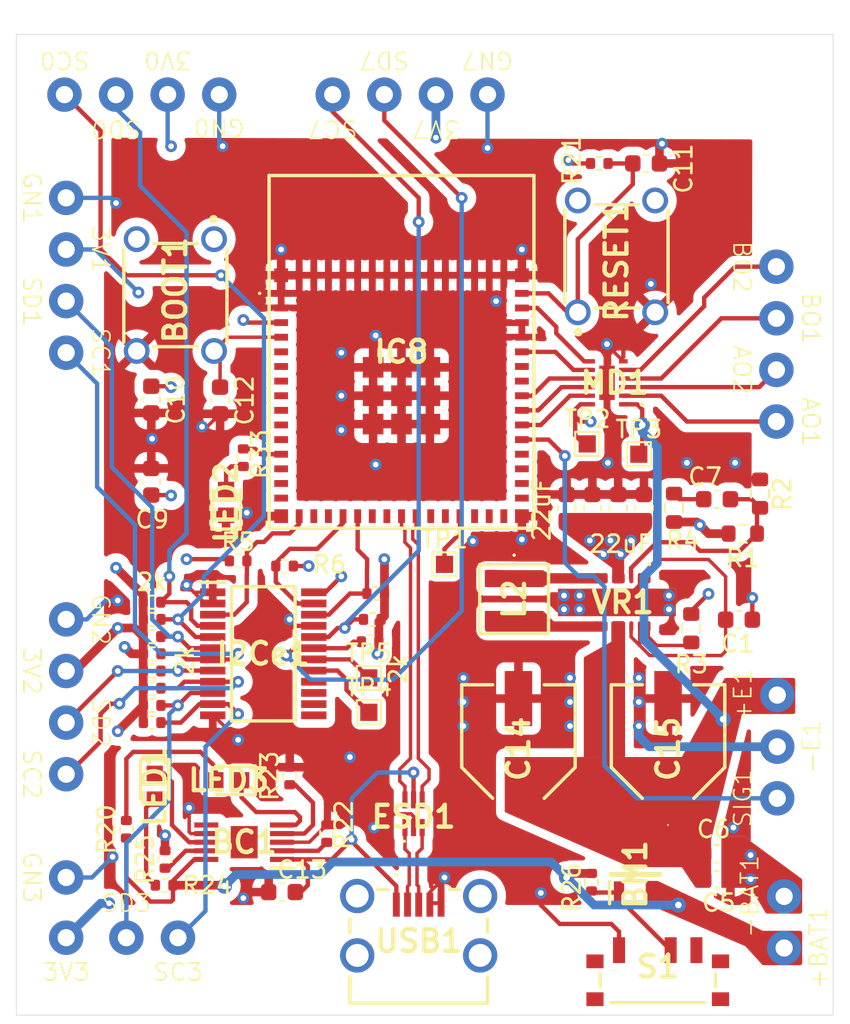
<source format=kicad_pcb>
(kicad_pcb (version 20240108) (generator "pcbnew") (generator_version "8.0")
  (layers (0 "F.Cu" signal "Front") (1 "In1.Cu" power "GND") (2 "In2.Cu" power "+3.3V") (31 "B.Cu" signal "Back") (34 "B.Paste" user) (35 "F.Paste" user) (36 "B.SilkS" user "B.Silkscreen") (37 "F.SilkS" user "F.Silkscreen") (38 "B.Mask" user) (39 "F.Mask" user) (44 "Edge.Cuts" user))
  (net 0 "")
  (net 1 "+5V")
  (net 3 "Net-(BC1-TS)")
  (net 5 "Net-(BC1-ISET)")
  (net 6 "+BATT")
  (net 7 "Net-(BC1-PRETERM)")
  (net 8 "Net-(BC1-~{CHG})")
  (net 9 "ESC+")
  (net 10 "+3.3V")
  (net 11 "Net-(IC8-IO0)")
  (net 12 "Net-(IC8-EN)")
  (net 13 "/D+")
  (net 14 "Net-(BM1-G)")
  (net 15 "Net-(VR1-EN)")
  (net 16 "/D-")
  (net 17 "SC2")
  (net 18 "SD0")
  (net 19 "Net-(C7-Pad1)")
  (net 20 "SD3")
  (net 21 "SD2")
  (net 22 "SD1")
  (net 23 "SC0")
  (net 24 "SD7")
  (net 25 "SC3")
  (net 26 "SC1")
  (net 41 "SC7")
  (net 42 "AOUT2")
  (net 43 "BOUT1")
  (net 44 "BOUT2")
  (net 45 "AOUT1")
  (net 46 "INT0")
  (net 47 "INT4")
  (net 48 "ESCsignal")
  (net 49 "INT7")
  (net 50 "INT2")
  (net 51 "INT5")
  (net 52 "INT6")
  (net 53 "INT1")
  (net 54 "INT3")
  (net 55 "Net-(BC1-~{PG})")
  (net 56 "Net-(VR1-FB)")
  (net 57 "Net-(I2Ce1-SCL)")
  (net 58 "Net-(IC8-IO40)")
  (net 59 "Net-(IC8-IO41)")
  (net 60 "Net-(IC8-IO42)")
  (net 61 "Net-(IC8-IO46)")
  (net 62 "Net-(IC8-IO45)")
  (net 63 "Net-(I2Ce1-SDA)")
  (net 64 "Net-(LED1-A)")
  (net 65 "Net-(LED3-A)")
  (net 66 "I2CexpanderReset")
  (net 74 "GND")
  (net 75 "L2")
  (net 76 "Net-(VR1-PG)")
  (net 86 "Net-(IC8-IO8)")
  (net 87 "Net-(LED2-A)")
  (net 88 "L1")
  (net 93 "Net-(I2Ce1-SC6)")
  (net 94 "Net-(I2Ce1-SD6)")
  (net 95 "Net-(IC8-IO47)")
  (footprint "Holes:Soldering_Holes_1mmH_2mmPad" (layer "F.Cu") (at 116 33.5 180)
    (property "Reference" "SC7")
    (property "Value" "SC7")
  )
  (footprint "Capacitor_SMD:C_0603_1608Metric" (layer "F.Cu") (at 132.6 57.515 90)
    (property "Reference" "C2" (hide yes))
    (property "Value" "22uF")
  )
  (footprint "Resistor_SMD:R_0402_1005Metric" (layer "F.Cu") (at 105.5 70 180)
    (property "Reference" "R19" (hide yes))
    (property "Value" "2k")
  )
  (footprint "Resistor_SMD:R_0402_1005Metric" (layer "F.Cu") (at 131.05 79.275 -90)
    (property "Reference" "R26")
    (property "Value" "10k")
  )
  (footprint "SamacSys_Parts:SOP65P640X120-24N" (layer "F.Cu") (at 111.962 66)
    (property "Reference" "I2Ce1")
    (property "Value" "PCA9548APWR" (hide yes))
  )
  (footprint "Resistor_SMD:R_0402_1005Metric" (layer "F.Cu") (at 113.2 60.9 180)
    (property "Reference" "R6")
    (property "Value" "2k")
  )
  (footprint "Capacitor_SMD:C_0603_1608Metric" (layer "F.Cu") (at 109.45 51.275 -90)
    (property "Reference" "C12")
    (property "Value" "0.1uF")
  )
  (footprint "Resistor_SMD:R_0402_1005Metric" (layer "F.Cu") (at 115.65 76.45 90)
    (property "Reference" "R22")
    (property "Value" "560")
  )
  (footprint "Holes:Soldering_Holes_1mmH_2mmPad" (layer "F.Cu") (at 100.5 42.5 -90)
    (property "Reference" "3V1")
    (property "Value" "+3.3V")
  )
  (footprint "Resistor_SMD:R_0402_1005Metric" (layer "F.Cu") (at 106.25 77.95 90)
    (property "Reference" "R25")
    (property "Value" "10k")
  )
  (footprint "Holes:Soldering_Holes_1mmH_2mmPad" (layer "F.Cu") (at 141.85 71.4 90)
    (property "Reference" "-E1")
    (property "Value" "GND")
  )
  (footprint "SamacSys_Parts:TPS63020DSJR" (layer "F.Cu") (at 132.863 63.005 180)
    (property "Reference" "VR1")
    (property "Value" "TPS63020DSJR" (hide yes))
  )
  (footprint "SamacSys_Parts:SSSS811101" (layer "F.Cu") (at 134.9 84.975)
    (property "Reference" "S1")
    (property "Value" "SSSS811101" (hide yes))
  )
  (footprint "Resistor_SMD:R_0402_1005Metric" (layer "F.Cu") (at 105.5 69 180)
    (property "Reference" "R18" (hide yes))
    (property "Value" "2k" (hide yes))
  )
  (footprint "Holes:Soldering_Holes_1mmH_2mmPad" (layer "F.Cu") (at 141.85 74.4 90)
    (property "Reference" "SIG1")
    (property "Value" "SIG")
  )
  (footprint "Holes:Soldering_Holes_1mmH_2mmPad" (layer "F.Cu") (at 107 82.5)
    (property "Reference" "SC3")
    (property "Value" "SC3")
  )
  (footprint "Holes:Soldering_Holes_1mmH_2mmPad" (layer "F.Cu") (at 109.4 33.5 180)
    (property "Reference" "GN0")
    (property "Value" "GND")
  )
  (footprint "Holes:Soldering_Holes_1mmH_2mmPad" (layer "F.Cu") (at 100.5 45.5 -90)
    (property "Reference" "SD1")
    (property "Value" "SD1")
  )
  (footprint "Capacitor_SMD:C_0603_1608Metric" (layer "F.Cu") (at 129.6 57.515 90)
    (property "Reference" "C8" (hide yes))
    (property "Value" "22uF")
  )
  (footprint "SamacSys_Parts:SOT95P237X112-3N" (layer "F.Cu") (at 133.6 78.825 90)
    (property "Reference" "BM1")
    (property "Value" "SI2333CDS-T1-GE3" (hide yes))
  )
  (footprint "SamacSys_Parts:LEDC1608X70N" (layer "F.Cu") (at 109.8 57.2 90)
    (property "Reference" "LED2")
    (property "Value" "KT-0603R" (hide yes))
  )
  (footprint "Holes:Soldering_Holes_1mmH_2mmPad" (layer "F.Cu") (at 100.5 82.5)
    (property "Reference" "3V3")
    (property "Value" "+3.3V")
  )
  (footprint "Holes:Soldering_Holes_1mmH_2mmPad" (layer "F.Cu") (at 141.8 52.5 -90)
    (property "Reference" "AO1")
    (property "Value" "AO1")
  )
  (footprint "Resistor_SMD:R_0402_1005Metric" (layer "F.Cu") (at 110.8 54.6 -90)
    (property "Reference" "R33")
    (property "Value" "1.5k")
  )
  (footprint "Capacitor_SMD:C_0603_1608Metric" (layer "F.Cu") (at 134.1 57.515 90)
    (property "Reference" "C3" (hide yes))
    (property "Value" "22uF")
  )
  (footprint "Capacitor_SMD:C_0603_1608Metric" (layer "F.Cu") (at 113.05 79.85)
    (property "Reference" "C13")
    (property "Value" "1uF")
  )
  (footprint "Resistor_SMD:R_0402_1005Metric" (layer "F.Cu") (at 105.49 63 180)
    (property "Reference" "R10" (hide yes))
    (property "Value" "2k")
  )
  (footprint "Holes:Soldering_Holes_1mmH_2mmPad" (layer "F.Cu") (at 141.85 68.4 90)
    (property "Reference" "+E1")
    (property "Value" "+E")
  )
  (footprint "Holes:Soldering_Holes_1mmH_2mmPad" (layer "F.Cu") (at 141.8 43.5 -90)
    (property "Reference" "BO2")
    (property "Value" "BO2")
  )
  (footprint "Capacitor_SMD:C_0603_1608Metric" (layer "F.Cu") (at 105.45 56 90)
    (property "Reference" "C9")
    (property "Value" "10uF")
  )
  (footprint "SamacSys_Parts:LEDC1608X70N" (layer "F.Cu") (at 109.95 73.35 180)
    (property "Reference" "LED3")
    (property "Value" "KT-0603R" (hide yes))
  )
  (footprint "TestPoint:TestPoint_Pad_1.0x1.0mm" (layer "F.Cu") (at 130.8 53.8)
    (property "Reference" "TP2")
    (property "Value" "TestPoint_Small")
  )
  (footprint "Capacitor_SMD:C_0603_1608Metric" (layer "F.Cu") (at 138.35 57.015)
    (property "Reference" "C7")
    (property "Value" "4.7pF")
  )
  (footprint "TestPoint:TestPoint_Pad_1.0x1.0mm" (layer "F.Cu") (at 122.5 60.8)
    (property "Reference" "TP1")
    (property "Value" "TestPoint_Small")
  )
  (footprint "Holes:Soldering_Holes_1mmH_2mmPad" (layer "F.Cu") (at 122 33.5 180)
    (property "Reference" "3V7")
    (property "Value" "+3.3V")
  )
  (footprint "Resistor_SMD:R_0402_1005Metric" (layer "F.Cu") (at 118.3 64 180)
    (property "Reference" "R9" (hide yes))
    (property "Value" "2k" (hide yes))
  )
  (footprint "Resistor_SMD:R_0402_1005Metric" (layer "F.Cu") (at 106.2 79.45 180)
    (property "Reference" "R24")
    (property "Value" "1.5k")
  )
  (footprint "Capacitor_SMD:C_0603_1608Metric" (layer "F.Cu") (at 131.1 57.515 90)
    (property "Reference" "C4" (hide yes))
    (property "Value" "22uF" (hide yes))
  )
  (footprint "SamacSys_Parts:DRV8835DSSR" (layer "F.Cu") (at 131.95 50.25 180)
    (property "Reference" "MD1")
    (property "Value" "DRV8835DSSR" (hide yes))
  )
  (footprint "TestPoint:TestPoint_Pad_1.0x1.0mm" (layer "F.Cu") (at 133.8 54.4)
    (property "Reference" "TP3")
    (property "Value" "TestPoint_Small")
  )
  (footprint "SamacSys_Parts:SKHHALA010" (layer "F.Cu") (at 106.85 45.15 -90)
    (property "Reference" "BOOT1")
    (property "Value" "SKHHAJA010" (hide yes))
  )
  (footprint "Holes:Soldering_Holes_1mmH_2mmPad" (layer "F.Cu") (at 142.25 80.1 90)
    (property "Reference" "-BAT1")
    (property "Value" "GND")
  )
  (footprint "Resistor_SMD:R_0402_1005Metric" (layer "F.Cu") (at 105.5 68 180)
    (property "Reference" "R17" (hide yes))
    (property "Value" "2k" (hide yes))
  )
  (footprint "SamacSys_Parts:U254051N4BH806" (layer "F.Cu") (at 121 83)
    (property "Reference" "USB1")
    (property "Value" "U254-051N-4BH806" (hide yes))
  )
  (footprint "Capacitor_SMD:C_0603_1608Metric" (layer "F.Cu") (at 105.45 51.225 -90)
    (property "Reference" "C10")
    (property "Value" "0.1uF")
  )
  (footprint "Resistor_SMD:R_0603_1608Metric" (layer "F.Cu") (at 139.85 59.015 180)
    (property "Reference" "R1")
    (property "Value" "1M")
  )
  (footprint "Holes:Soldering_Holes_1mmH_2mmPad" (layer "F.Cu") (at 141.8 46.5 -90)
    (property "Reference" "BO1")
    (property "Value" "BO1")
  )
  (footprint "Resistor_SMD:R_0402_1005Metric" (layer "F.Cu") (at 105.49 65 180)
    (property "Reference" "R14" (hide yes))
    (property "Value" "2k" (hide yes))
  )
  (footprint "SamacSys_Parts:XFL4020152MEC" (layer "F.Cu") (at 126.55 62.815 -90)
    (property "Reference" "L2")
    (property "Value" "XFL4020-152MEC" (hide yes))
  )
  (footprint "Holes:Soldering_Holes_1mmH_2mmPad" (layer "F.Cu") (at 142.25 83.1 90)
    (property "Reference" "+BAT1")
    (property "Value" "+BAT")
  )
  (footprint "SamacSys_Parts:EEE0JA331XP" (layer "F.Cu") (at 126.8 71.1 90)
    (property "Reference" "C14")
    (property "Value" "EEEFTA471XAP" (hide yes))
  )
  (footprint "SamacSys_Parts:LEDC1608X70N" (layer "F.Cu") (at 105.65 73.7 -90)
    (property "Reference" "LED1")
    (property "Value" "KT-0603G" (hide yes))
  )
  (footprint "Resistor_SMD:R_0402_1005Metric" (layer "F.Cu") (at 105.5 64 180)
    (property "Reference" "R11" (hide yes))
    (property "Value" "2k" (hide yes))
  )
  (footprint "Resistor_SMD:R_0603_1608Metric" (layer "F.Cu") (at 135.85 57.515 90)
    (property "Reference" "R4")
    (property "Value" "68k")
  )
  (footprint "Holes:Soldering_Holes_1mmH_2mmPad" (layer "F.Cu") (at 100.5 79 -90)
    (property "Reference" "GN3")
    (property "Value" "GND")
  )
  (footprint "Resistor_SMD:R_0402_1005Metric" (layer "F.Cu") (at 105.5 66 180)
    (property "Reference" "R15" (hide yes))
    (property "Value" "2k")
  )
  (footprint "Holes:Soldering_Holes_1mmH_2mmPad" (layer "F.Cu") (at 141.8 49.5 -90)
    (property "Reference" "AO2")
    (property "Value" "AO2")
  )
  (footprint "Resistor_SMD:R_0402_1005Metric" (layer "F.Cu") (at 118.175 65.3 180)
    (property "Reference" "R8" (hide yes))
    (property "Value" "2k")
  )
  (footprint "TestPoint:TestPoint_Pad_1.0x1.0mm" (layer "F.Cu") (at 118.1 69.4)
    (property "Reference" "TP4")
    (property "Value" "TestPoint_Small")
  )
  (footprint "SamacSys_Parts:ESP32S3MINI1N8" (layer "F.Cu") (at 120 51)
    (property "Reference" "IC8")
    (property "Value" "ESP32-S3-MINI-1-N8" (hide yes))
  )
  (footprint "Holes:Soldering_Holes_1mmH_2mmPad" (layer "F.Cu") (at 104 82.5)
    (property "Reference" "SD3")
    (property "Value" "SD3")
  )
  (footprint "Resistor_SMD:R_0402_1005Metric" (layer "F.Cu") (at 104 76.2 90)
    (property "Reference" "R20")
    (property "Value" "1.5k")
  )
  (footprint "Capacitor_SMD:C_0603_1608Metric" (layer "F.Cu") (at 138.35 77.625)
    (property "Reference" "C6")
    (property "Value" "10uF")
  )
  (footprint "Capacitor_SMD:C_0603_1608Metric" (layer "F.Cu") (at 139.625 64.015)
    (property "Reference" "C1")
    (property "Value" "0.1uF")
  )
  (footprint "Resistor_SMD:R_0402_1005Metric" (layer "F.Cu") (at 131.5 37.5)
    (property "Reference" "R21")
    (property "Value" "10k")
  )
  (footprint "Holes:Soldering_Holes_1mmH_2mmPad" (layer "F.Cu") (at 100.5 70 -90)
    (property "Reference" "SD2")
    (property "Value" "SD2")
  )
  (footprint "Resistor_SMD:R_0402_1005Metric" (layer "F.Cu") (at 118.5 62.5 180)
    (property "Reference" "R7" (hide yes))
    (property "Value" "2k")
  )
  (footprint "SamacSys_Parts:SKHHALA010" (layer "F.Cu") (at 132.5 42.9 90)
    (property "Reference" "RESET1")
    (property "Value" "SKHHAJA010" (hide yes))
  )
  (footprint "Holes:Soldering_Holes_1mmH_2mmPad" (layer "F.Cu") (at 106.4 33.5 180)
    (property "Reference" "3V0")
    (property "Value" "+3.3V")
  )
  (footprint "Capacitor_SMD:C_0603_1608Metric" (layer "F.Cu") (at 134.225 37.5)
    (property "Reference" "C11")
    (property "Value" "0.1uF")
  )
  (footprint "Resistor_SMD:R_0603_1608Metric" (layer "F.Cu") (at 140.85 56.69 90)
    (property "Reference" "R2")
    (property "Value" "180k")
  )
  (footprint "Resistor_SMD:R_0402_1005Metric" (layer "F.Cu") (at 110.5 60.6 180)
    (property "Reference" "R5")
    (property "Value" "2k")
  )
  (footprint "Holes:Soldering_Holes_1mmH_2mmPad" (layer "F.Cu") (at 103.4 33.5 180)
    (property "Reference" "SD0")
    (property "Value" "SD0")
  )
  (footprint "TestPoint:TestPoint_Pad_1.0x1.0mm" (layer "F.Cu") (at 118.1 67.4)
    (property "Reference" "TP5")
    (property "Value" "TestPoint_Small")
  )
  (footprint "Holes:Soldering_Holes_1mmH_2mmPad" (layer "F.Cu") (at 100.5 48.5 -90)
    (property "Reference" "SC1")
    (property "Value" "SC1")
  )
  (footprint "Holes:Soldering_Holes_1mmH_2mmPad" (layer "F.Cu") (at 100.4 33.5 180)
    (property "Reference" "SC0")
    (property "Value" "SC0")
  )
  (footprint "Holes:Soldering_Holes_1mmH_2mmPad" (layer "F.Cu") (at 100.5 73 -90)
    (property "Reference" "SC2")
    (property "Value" "SC2")
  )
  (footprint "Resistor_SMD:R_0603_1608Metric" (layer "F.Cu") (at 136.85 64.515 90)
    (property "Reference" "R3")
    (property "Value" "1M")
  )
  (footprint "SamacSys_Parts:USBLC62P6" (layer "F.Cu") (at 120.7 75.295)
    (property "Reference" "ESD1")
    (property "Value" "USBLC6-2P6" (hide yes))
  )
  (footprint "Holes:Soldering_Holes_1mmH_2mmPad" (layer "F.Cu") (at 100.5 67 -90)
    (property "Reference" "3V2")
    (property "Value" "+3.3V")
  )
  (footprint "Capacitor_SMD:C_0603_1608Metric" (layer "F.Cu") (at 138.35 79.125)
    (property "Reference" "C5")
    (property "Value" "10uF")
  )
  (footprint "Holes:Soldering_Holes_1mmH_2mmPad" (layer "F.Cu") (at 100.5 39.5 -90)
    (property "Reference" "GN1")
    (property "Value" "GND")
  )
  (footprint "Holes:Soldering_Holes_1mmH_2mmPad" (layer "F.Cu") (at 100.5 64 -90)
    (property "Reference" "GN2")
    (property "Value" "GND")
  )
  (footprint "Holes:Soldering_Holes_1mmH_2mmPad" (layer "F.Cu") (at 125 33.5 180)
    (property "Reference" "GN7")
    (property "Value" "GND")
  )
  (footprint "Holes:Soldering_Holes_1mmH_2mmPad" (layer "F.Cu") (at 119 33.5 180)
    (property "Reference" "SD7")
    (property "Value" "SD7")
  )
  (footprint "SamacSys_Parts:EEE0JA331XP" (layer "F.Cu") (at 135.5 71.1 90)
    (property "Reference" "C15")
    (property "Value" "EEEFTA471XAP" (hide yes))
  )
  (footprint "Resistor_SMD:R_0402_1005Metric" (layer "F.Cu") (at 113.5 73.1 90)
    (property "Reference" "R23")
    (property "Value" "2k")
  )
  (footprint "SamacSys_Parts:SOP50P490X110-11N" (layer "F.Cu") (at 110.85 76.95 180)
    (property "Reference" "BC1")
    (property "Value" "BQ24092DGQR" (hide yes))
  )
  (footprint "Resistor_SMD:R_0402_1005Metric" (layer "F.Cu") (at 105.5 67 180)
    (property "Reference" "R16" (hide yes))
    (property "Value" "2k" (hide yes))
  )
  (gr_rect (start 97.6 30) (end 145.1 87) (stroke (width 0.0381)) (fill none) (layer "Edge.Cuts"))
  (segment (start 117.1 76.8) (end 117.1 76.9) (width 0.254) (layer "F.Cu") (net 1))
  (segment (start 114.55 79.45) (end 114.55 78.35) (width 0.254) (layer "F.Cu") (net 1))
  (segment (start 113.05 77.95) (end 114.15 77.95) (width 0.254) (layer "F.Cu") (net 1))
  (segment (start 113.825 79.85) (end 114.15 79.85) (width 0.254) (layer "F.Cu") (net 1))
  (segment (start 114.15 77.95) (end 114.55 78.35) (width 0.254) (layer "F.Cu") (net 1))
  (segment (start 117.1 76.8) (end 115.95 77.95) (width 0.254) (layer "F.Cu") (net 1))
  (segment (start 115.95 77.95) (end 113.05 77.95) (width 0.254) (layer "F.Cu") (net 1))
  (segment (start 117.1 76.9) (end 119.7 79.5) (width 0.254) (layer "F.Cu") (net 1))
  (segment (start 120.7 74.49) (end 120.7 72.9) (width 0.254) (layer "F.Cu") (net 1))
  (segment (start 119.7 79.5) (end 119.7 80.58) (width 0.254) (layer "F.Cu") (net 1))
  (segment (start 114.15 79.85) (end 114.55 79.45) (width 0.254) (layer "F.Cu") (net 1))
  (via (at 117.1 76.8) (size 0.6858) (drill 0.3302) (layers "F.Cu" "B.Cu") (net 1))
  (via (at 120.7 72.9) (size 0.6858) (drill 0.3302) (layers "F.Cu" "B.Cu") (net 1))
  (segment (start 117.1 76.8) (end 117.1 74.4) (width 0.254) (layer "B.Cu") (net 1))
  (segment (start 117.1 74.4) (end 118.6 72.9) (width 0.254) (layer "B.Cu") (net 1))
  (segment (start 118.6 72.9) (end 120.7 72.9) (width 0.254) (layer "B.Cu") (net 1))
  (segment (start 107.45 77.45) (end 106.45 78.45) (width 0.254) (layer "F.Cu") (net 3))
  (segment (start 106.45 78.45) (end 106.15 78.45) (width 0.254) (layer "F.Cu") (net 3))
  (segment (start 108.65 77.45) (end 107.45 77.45) (width 0.254) (layer "F.Cu") (net 3))
  (segment (start 115.65 76.96) (end 115.16 77.45) (width 0.254) (layer "F.Cu") (net 5))
  (segment (start 115.16 77.45) (end 113.05 77.45) (width 0.254) (layer "F.Cu") (net 5))
  (segment (start 109.65 79.45) (end 109.7 79.5) (width 0.508) (layer "F.Cu") (net 6))
  (segment (start 106.71 79.19) (end 106.71 79.45) (width 0.254) (layer "F.Cu") (net 6))
  (segment (start 108.65 77.95) (end 107.95 77.95) (width 0.254) (layer "F.Cu") (net 6))
  (segment (start 106.6 80.4) (end 106.71 80.29) (width 0.254) (layer "F.Cu") (net 6))
  (segment (start 104 79) (end 105.4 80.4) (width 0.254) (layer "F.Cu") (net 6))
  (segment (start 131.05 78.765) (end 129.835 78.765) (width 0.508) (layer "F.Cu") (net 6))
  (segment (start 106.71 79.45) (end 109.65 79.45) (width 0.508) (layer "F.Cu") (net 6))
  (segment (start 129.835 78.765) (end 129.6 79) (width 0.508) (layer "F.Cu") (net 6))
  (segment (start 107.95 77.95) (end 106.71 79.19) (width 0.254) (layer "F.Cu") (net 6))
  (segment (start 105.4 80.4) (end 106.6 80.4) (width 0.254) (layer "F.Cu") (net 6))
  (segment (start 104 76.71) (end 104 79) (width 0.254) (layer "F.Cu") (net 6))
  (segment (start 106.71 80.29) (end 106.71 79.45) (width 0.254) (layer "F.Cu") (net 6))
  (via (at 136.1 80.6) (size 0.889) (drill 0.381) (layers "F.Cu" "B.Cu") (net 6))
  (via (at 129.6 79) (size 0.889) (drill 0.381) (layers "F.Cu" "B.Cu") (net 6))
  (via (at 109.7 79.5) (size 0.889) (drill 0.381) (layers "F.Cu" "B.Cu") (net 6))
  (segment (start 128.7 78.1) (end 129.6 79) (width 0.508) (layer "B.Cu") (net 6))
  (segment (start 116 78.1) (end 128.7 78.1) (width 0.508) (layer "B.Cu") (net 6))
  (segment (start 115.2715 78.8285) (end 116 78.1) (width 0.508) (layer "B.Cu") (net 6))
  (segment (start 129.6 79) (end 131.2 80.6) (width 0.508) (layer "B.Cu") (net 6))
  (segment (start 131.2 80.6) (end 136.1 80.6) (width 0.508) (layer "B.Cu") (net 6))
  (segment (start 109.7 79.5) (end 110.3715 78.8285) (width 0.508) (layer "B.Cu") (net 6))
  (segment (start 110.3715 78.8285) (end 115.2715 78.8285) (width 0.508) (layer "B.Cu") (net 6))
  (segment (start 114.35 76.45) (end 114.85 75.95) (width 0.254) (layer "F.Cu") (net 7))
  (segment (start 114.85 74.65) (end 113.81 73.61) (width 0.254) (layer "F.Cu") (net 7))
  (segment (start 114.85 75.95) (end 114.85 74.65) (width 0.254) (layer "F.Cu") (net 7))
  (segment (start 113.05 76.45) (end 114.35 76.45) (width 0.254) (layer "F.Cu") (net 7))
  (segment (start 113.81 73.61) (end 113.5 73.61) (width 0.254) (layer "F.Cu") (net 7))
  (segment (start 106.15 72.95) (end 105.65 72.95) (width 0.254) (layer "F.Cu") (net 8))
  (segment (start 106.65 73.45) (end 106.15 72.95) (width 0.254) (layer "F.Cu") (net 8))
  (segment (start 107.65 76.95) (end 106.65 75.95) (width 0.254) (layer "F.Cu") (net 8))
  (segment (start 108.65 76.95) (end 107.65 76.95) (width 0.254) (layer "F.Cu") (net 8))
  (segment (start 106.65 75.95) (end 106.65 73.45) (width 0.254) (layer "F.Cu") (net 8))
  (segment (start 133.8 54.4) (end 134 54.2) (width 0.254) (layer "F.Cu") (net 9))
  (segment (start 134 52.7) (end 134 51.8) (width 0.254) (layer "F.Cu") (net 9))
  (segment (start 134 51.8) (end 133.7 51.5) (width 0.254) (layer "F.Cu") (net 9))
  (segment (start 134 54.2) (end 134 52.7) (width 0.254) (layer "F.Cu") (net 9))
  (segment (start 133.7 51.5) (end 132.9 51.5) (width 0.254) (layer "F.Cu") (net 9))
  (segment (start 134.99 74.5) (end 135 74.49) (width 0.254) (layer "F.Cu") (net 9))
  (via (at 138.7 69.8) (size 0.889) (drill 0.381) (layers "F.Cu" "B.Cu") (net 9))
  (via (at 134 52.7) (size 0.889) (drill 0.381) (layers "F.Cu" "B.Cu") (net 9))
  (segment (start 134.1 65.2) (end 134.1 61.5) (width 0.508) (layer "B.Cu") (net 9))
  (segment (start 134 53.1) (end 134 52.7) (width 0.508) (layer "B.Cu") (net 9))
  (segment (start 134 52.7) (end 134.1 52.8) (width 0.508) (layer "B.Cu") (net 9))
  (segment (start 138.7 69.8) (end 134.1 65.2) (width 0.508) (layer "B.Cu") (net 9))
  (segment (start 134.8761 53.9761) (end 134 53.1) (width 0.508) (layer "B.Cu") (net 9))
  (segment (start 134.8761 60.7239) (end 134.8761 53.9761) (width 0.508) (layer "B.Cu") (net 9))
  (segment (start 134.1 61.5) (end 134.8761 60.7239) (width 0.508) (layer "B.Cu") (net 9))
  (segment (start 114.6 60.9) (end 113.71 60.9) (width 0.254) (layer "F.Cu") (net 10))
  (segment (start 129.9 37.5) (end 129.7 37.3) (width 0.254) (layer "F.Cu") (net 10))
  (segment (start 101 67) (end 103.5 64.5) (width 0.508) (layer "F.Cu") (net 10))
  (segment (start 104.99 69.01) (end 103.5 70.5) (width 0.508) (layer "F.Cu") (net 10))
  (segment (start 104.99 66) (end 104.3 66) (width 0.508) (layer "F.Cu") (net 10))
  (segment (start 114.938 62.425) (end 115.575 62.425) (width 0.254) (layer "F.Cu") (net 10))
  (segment (start 104.48 64.5) (end 104.98 65) (width 0.508) (layer "F.Cu") (net 10))
  (segment (start 137.175 58.34) (end 137.35 58.515) (width 0.508) (layer "F.Cu") (net 10))
  (segment (start 130.8 53.8) (end 130.6 53.8) (width 0.254) (layer "F.Cu") (net 10))
  (segment (start 130.1 51.8) (end 130.1 52.2) (width 0.254) (layer "F.Cu") (net 10))
  (segment (start 118.685 65.915) (end 118.6 66) (width 0.508) (layer "F.Cu") (net 10))
  (segment (start 118.685 64.125) (end 118.685 65.3) (width 0.508) (layer "F.Cu") (net 10))
  (segment (start 130.4 51.5) (end 130.1 51.8) (width 0.254) (layer "F.Cu") (net 10))
  (segment (start 106.55 50.45) (end 106.6 50.5) (width 0.254) (layer "F.Cu") (net 10))
  (segment (start 135.85 58.34) (end 137.175 58.34) (width 0.508) (layer "F.Cu") (net 10))
  (segment (start 119.01 60.51) (end 119 60.5) (width 0.508) (layer "F.Cu") (net 10))
  (segment (start 119.01 62.5) (end 119.01 63.8) (width 0.508) (layer "F.Cu") (net 10))
  (segment (start 115.575 62.425) (end 116.5 61.5) (width 0.254) (layer "F.Cu") (net 10))
  (segment (start 105.45 56.775) (end 106.575 56.775) (width 0.254) (layer "F.Cu") (net 10))
  (segment (start 104.98 63) (end 104.98 69.99) (width 0.508) (layer "F.Cu") (net 10))
  (segment (start 105.45 50.45) (end 106.55 50.45) (width 0.254) (layer "F.Cu") (net 10))
  (segment (start 131 51.5) (end 130.4 51.5) (width 0.254) (layer "F.Cu") (net 10))
  (segment (start 106.575 56.775) (end 106.6 56.8) (width 0.254) (layer "F.Cu") (net 10))
  (segment (start 118.81 64) (end 118.685 64.125) (width 0.508) (layer "F.Cu") (net 10))
  (segment (start 100.5 67) (end 101 67) (width 0.508) (layer "F.Cu") (net 10))
  (segment (start 110.95 46.75) (end 110.8 46.6) (width 0.254) (layer "F.Cu") (net 10))
  (segment (start 113 46.75) (end 110.95 46.75) (width 0.254) (layer "F.Cu") (net 10))
  (segment (start 104.98 69.99) (end 104.99 70) (width 0.254) (layer "F.Cu") (net 10))
  (segment (start 130.4 52.5) (end 131 52.5) (width 0.254) (layer "F.Cu") (net 10))
  (segment (start 104.98 63) (end 104.98 62.58) (width 0.508) (layer "F.Cu") (net 10))
  (segment (start 130.99 37.5) (end 129.9 37.5) (width 0.254) (layer "F.Cu") (net 10))
  (segment (start 104.98 62.58) (end 103.4 61) (width 0.508) (layer "F.Cu") (net 10))
  (segment (start 104.99 69) (end 104.99 69.01) (width 0.254) (layer "F.Cu") (net 10))
  (segment (start 137.85 59.015) (end 137.35 58.515) (width 0.508) (layer "F.Cu") (net 10))
  (segment (start 103.5 64.5) (end 104.48 64.5) (width 0.508) (layer "F.Cu") (net 10))
  (segment (start 109.89 60.5) (end 107.5 60.5) (width 0.254) (layer "F.Cu") (net 10))
  (segment (start 139.025 59.015) (end 137.85 59.015) (width 0.508) (layer "F.Cu") (net 10))
  (segment (start 109.99 60.6) (end 109.89 60.5) (width 0.254) (layer "F.Cu") (net 10))
  (segment (start 118.685 65.3) (end 118.685 65.915) (width 0.508) (layer "F.Cu") (net 10))
  (segment (start 119.01 62.5) (end 119.01 60.51) (width 0.508) (layer "F.Cu") (net 10))
  (segment (start 130.1 52.2) (end 130.4 52.5) (width 0.254) (layer "F.Cu") (net 10))
  (segment (start 119.01 63.8) (end 118.81 64) (width 0.508) (layer "F.Cu") (net 10))
  (segment (start 130.6 53.8) (end 130.1 53.3) (width 0.254) (layer "F.Cu") (net 10))
  (segment (start 136.85 63.515) (end 137.85 62.515) (width 0.254) (layer "F.Cu") (net 10))
  (segment (start 130.1 53.3) (end 130.1 52.2) (width 0.254) (layer "F.Cu") (net 10))
  (segment (start 104.3 66) (end 103.9 65.6) (width 0.508) (layer "F.Cu") (net 10))
  (segment (start 136.85 63.69) (end 136.85 63.515) (width 0.254) (layer "F.Cu") (net 10))
  (via (at 137.85 62.515) (size 0.6858) (drill 0.3302) (layers "F.Cu" "B.Cu") (net 10))
  (via (at 131 52.5) (size 0.6858) (drill 0.3302) (layers "F.Cu" "B.Cu") (net 10))
  (via (at 116.5 61.5) (size 0.6858) (drill 0.3302) (layers "F.Cu" "B.Cu") (net 10))
  (via (at 110.8 46.6) (size 0.6858) (drill 0.3302) (layers "F.Cu" "B.Cu") (net 10))
  (via (at 137.35 58.515) (size 0.6858) (drill 0.3302) (layers "F.Cu" "B.Cu") (net 10))
  (via (at 133.35 59.415) (size 0.6858) (drill 0.3302) (layers "F.Cu" "B.Cu") (net 10))
  (via (at 107.5 60.5) (size 0.6858) (drill 0.3302) (layers "F.Cu" "B.Cu") (net 10))
  (via (at 131.75 60.215) (size 0.6858) (drill 0.3302) (layers "F.Cu" "B.Cu") (net 10))
  (via (at 130.95 59.415) (size 0.6858) (drill 0.3302) (layers "F.Cu" "B.Cu") (net 10))
  (via (at 104.7 45) (size 0.6858) (drill 0.3302) (layers "F.Cu" "B.Cu") (net 10))
  (via (at 103 80.5) (size 0.6858) (drill 0.3302) (layers "F.Cu" "B.Cu") (net 10))
  (via (at 118.6 66) (size 0.6858) (drill 0.3302) (layers "F.Cu" "B.Cu") (net 10))
  (via (at 132.15 59.415) (size 0.6858) (drill 0.3302) (layers "F.Cu" "B.Cu") (net 10))
  (via (at 103.5 64.5) (size 0.6858) (drill 0.3302) (layers "F.Cu" "B.Cu") (net 10))
  (via (at 119 60.5) (size 0.6858) (drill 0.3302) (layers "F.Cu" "B.Cu") (net 10))
  (via (at 103.9 65.6) (size 0.6858) (drill 0.3302) (layers "F.Cu" "B.Cu") (net 10))
  (via (at 114.6 60.9) (size 0.6858) (drill 0.3302) (layers "F.Cu" "B.Cu") (net 10))
  (via (at 132.75 60.215) (size 0.6858) (drill 0.3302) (layers "F.Cu" "B.Cu") (net 10))
  (via (at 106.6 50.5) (size 0.6858) (drill 0.3302) (layers "F.Cu" "B.Cu") (net 10))
  (via (at 103.4 61) (size 0.6858) (drill 0.3302) (layers "F.Cu" "B.Cu") (net 10))
  (via (at 103.5 70.5) (size 0.6858) (drill 0.3302) (layers "F.Cu" "B.Cu") (net 10))
  (via (at 129.7 37.3) (size 0.6858) (drill 0.3302) (layers "F.Cu" "B.Cu") (net 10))
  (via (at 106.6 56.8) (size 0.6858) (drill 0.3302) (layers "F.Cu" "B.Cu") (net 10))
  (via (at 122 36) (size 0.6858) (drill 0.3302) (layers "F.Cu" "B.Cu") (net 10))
  (via (at 106.6 36.5) (size 0.6858) (drill 0.3302) (layers "F.Cu" "B.Cu") (net 10))
  (segment (start 106.4 36.3) (end 106.6 36.5) (width 0.254) (layer "B.Cu") (net 10))
  (segment (start 102.2 42.5) (end 104.7 45) (width 0.254) (layer "B.Cu") (net 10))
  (segment (start 102.5 80.5) (end 103 80.5) (width 0.508) (layer "B.Cu") (net 10))
  (segment (start 122 36) (end 122 33.5) (width 0.508) (layer "B.Cu") (net 10))
  (segment (start 100.5 42.5) (end 102.2 42.5) (width 0.254) (layer "B.Cu") (net 10))
  (segment (start 100.5 82.5) (end 102.5 80.5) (width 0.508) (layer "B.Cu") (net 10))
  (segment (start 106.4 33.5) (end 106.4 36.3) (width 0.254) (layer "B.Cu") (net 10))
  (segment (start 109.45 50.5) (end 109.45 48.75) (width 0.2) (layer "F.Cu") (net 11))
  (segment (start 109.45 48.75) (end 109.1 48.4) (width 0.2) (layer "F.Cu") (net 11))
  (segment (start 109.9 47.6) (end 113 47.6) (width 0.2) (layer "F.Cu") (net 11))
  (segment (start 109.1 48.4) (end 109.9 47.6) (width 0.2) (layer "F.Cu") (net 11))
  (segment (start 128.55 45.05) (end 129.75 46.25) (width 0.254) (layer "F.Cu") (net 12))
  (segment (start 129.75 46.25) (end 130.25 46.25) (width 0.254) (layer "F.Cu") (net 12))
  (segment (start 133.45 37.5) (end 133.45 38.705855) (width 0.254) (layer "F.Cu") (net 12))
  (segment (start 127 45.05) (end 128.55 45.05) (width 0.254) (layer "F.Cu") (net 12))
  (segment (start 132.01 37.5) (end 133.45 37.5) (width 0.254) (layer "F.Cu") (net 12))
  (segment (start 130.25 41.905855) (end 130.25 46.25) (width 0.254) (layer "F.Cu") (net 12))
  (segment (start 133.45 38.705855) (end 130.25 41.905855) (width 0.254) (layer "F.Cu") (net 12))
  (segment (start 120.85 58.600001) (end 120.652 58.798001) (width 0.2) (layer "F.Cu") (net 13))
  (segment (start 121.6 72.7) (end 121.6 73.3) (width 0.2) (layer "F.Cu") (net 13))
  (segment (start 121.2 73.7) (end 121.2 74.49) (width 0.2) (layer "F.Cu") (net 13))
  (segment (start 120.652 58.798001) (end 120.652 59.330972) (width 0.2) (layer "F.Cu") (net 13))
  (segment (start 120.652 59.330972) (end 120.977 59.655972) (width 0.2) (layer "F.Cu") (net 13))
  (segment (start 120.902 77.6) (end 121.2 77.302) (width 0.2) (layer "F.Cu") (net 13))
  (segment (start 121.2 76.1) (end 121.2 77.302) (width 0.2) (layer "F.Cu") (net 13))
  (segment (start 120.977 72.077) (end 121.6 72.7) (width 0.2) (layer "F.Cu") (net 13))
  (segment (start 121 80.58) (end 121 79.529999) (width 0.2) (layer "F.Cu") (net 13))
  (segment (start 120.85 58) (end 120.85 58.600001) (width 0.2) (layer "F.Cu") (net 13))
  (segment (start 120.977 59.655972) (end 120.977 72.077) (width 0.2) (layer "F.Cu") (net 13))
  (segment (start 120.902 79.431999) (end 120.902 77.6) (width 0.2) (layer "F.Cu") (net 13))
  (segment (start 121 79.529999) (end 120.902 79.431999) (width 0.2) (layer "F.Cu") (net 13))
  (segment (start 121.6 73.3) (end 121.2 73.7) (width 0.2) (layer "F.Cu") (net 13))
  (segment (start 132.65 79.875) (end 131.14 79.875) (width 0.254) (layer "F.Cu") (net 14))
  (segment (start 132.65 80.225) (end 132.65 79.875) (width 0.254) (layer "F.Cu") (net 14))
  (segment (start 131.14 79.875) (end 131.05 79.785) (width 0.254) (layer "F.Cu") (net 14))
  (segment (start 135.65 83.225) (end 132.65 80.225) (width 0.254) (layer "F.Cu") (net 14))
  (segment (start 133.85 65.515) (end 133.85 64.415) (width 0.2) (layer "F.Cu") (net 15))
  (segment (start 134.435 66.1) (end 133.85 65.515) (width 0.2) (layer "F.Cu") (net 15))
  (segment (start 134.35 61.015) (end 134.35 61.615) (width 0.2) (layer "F.Cu") (net 15))
  (segment (start 138.85 64.015) (end 138.85 61.515) (width 0.2) (layer "F.Cu") (net 15))
  (segment (start 138.85 64.015) (end 138.85 65.85) (width 0.2) (layer "F.Cu") (net 15))
  (segment (start 138.85 65.85) (end 138.6 66.1) (width 0.2) (layer "F.Cu") (net 15))
  (segment (start 134.85 60.515) (end 134.35 61.015) (width 0.2) (layer "F.Cu") (net 15))
  (segment (start 133.35 64.415) (end 133.35 65.015) (width 0.2) (layer "F.Cu") (net 15))
  (segment (start 133.35 65.015) (end 133.85 65.515) (width 0.2) (layer "F.Cu") (net 15))
  (segment (start 137.85 60.515) (end 134.85 60.515) (width 0.2) (layer "F.Cu") (net 15))
  (segment (start 138.6 66.1) (end 134.435 66.1) (width 0.2) (layer "F.Cu") (net 15))
  (segment (start 138.85 61.515) (end 137.85 60.515) (width 0.2) (layer "F.Cu") (net 15))
  (segment (start 119.9 72.7) (end 119.9 73.4) (width 0.2) (layer "F.Cu") (net 16))
  (segment (start 120.523 59.844028) (end 120.523 72.077) (width 0.2) (layer "F.Cu") (net 16))
  (segment (start 120.198 58.798001) (end 120.198 59.519028) (width 0.2) (layer "F.Cu") (net 16))
  (segment (start 120.523 72.077) (end 119.9 72.7) (width 0.2) (layer "F.Cu") (net 16))
  (segment (start 120 58.600001) (end 120.198 58.798001) (width 0.2) (layer "F.Cu") (net 16))
  (segment (start 120.448 79.431999) (end 120.448 77.6) (width 0.2) (layer "F.Cu") (net 16))
  (segment (start 120.198 59.519028) (end 120.523 59.844028) (width 0.2) (layer "F.Cu") (net 16))
  (segment (start 120.35 79.529999) (end 120.448 79.431999) (width 0.2) (layer "F.Cu") (net 16))
  (segment (start 120.448 77.6) (end 120.2 77.352) (width 0.2) (layer "F.Cu") (net 16))
  (segment (start 120 58) (end 120 58.600001) (width 0.2) (layer "F.Cu") (net 16))
  (segment (start 119.9 73.4) (end 120.2 73.7) (width 0.2) (layer "F.Cu") (net 16))
  (segment (start 120.2 77.352) (end 120.2 76.1) (width 0.2) (layer "F.Cu") (net 16))
  (segment (start 120.35 80.58) (end 120.35 79.529999) (width 0.2) (layer "F.Cu") (net 16))
  (segment (start 120.2 73.7) (end 120.2 74.49) (width 0.2) (layer "F.Cu") (net 16))
  (segment (start 102.5 71.1) (end 100.5 73.1) (width 0.254) (layer "F.Cu") (net 17))
  (segment (start 106.01 68) (end 107 68) (width 0.254) (layer "F.Cu") (net 17))
  (segment (start 107 68) (end 107.375 67.625) (width 0.254) (layer "F.Cu") (net 17))
  (segment (start 102.5 69.5) (end 102.5 71.1) (width 0.254) (layer "F.Cu") (net 17))
  (segment (start 103.1 68.9) (end 102.5 69.5) (width 0.254) (layer "F.Cu") (net 17))
  (segment (start 107.375 67.625) (end 109.062 67.625) (width 0.254) (layer "F.Cu") (net 17))
  (segment (start 110.5 67.625) (end 109.062 67.625) (width 0.254) (layer "F.Cu") (net 17))
  (segment (start 103.6 68.9) (end 103.1 68.9) (width 0.254) (layer "F.Cu") (net 17))
  (via (at 110.5 67.625) (size 0.6858) (drill 0.3302) (layers "F.Cu" "B.Cu") (net 17))
  (via (at 103.6 68.9) (size 0.6858) (drill 0.3302) (layers "F.Cu" "B.Cu") (net 17))
  (segment (start 104.5 68) (end 110.125 68) (width 0.254) (layer "B.Cu") (net 17))
  (segment (start 103.6 68.9) (end 104.5 68) (width 0.254) (layer "B.Cu") (net 17))
  (segment (start 110.125 68) (end 110.5 67.625) (width 0.254) (layer "B.Cu") (net 17))
  (segment (start 106.5 62.5) (end 106 63) (width 0.254) (layer "F.Cu") (net 18))
  (segment (start 109.062 64.375) (end 108.144408 64.375) (width 0.254) (layer "F.Cu") (net 18))
  (segment (start 108.144408 64.375) (end 107.769408 64) (width 0.254) (layer "F.Cu") (net 18))
  (segment (start 107.769408 64) (end 107.769408 63.269408) (width 0.254) (layer "F.Cu") (net 18))
  (segment (start 107.5 63) (end 106 63) (width 0.254) (layer "F.Cu") (net 18))
  (segment (start 106.5 61.5) (end 106.5 62.5) (width 0.254) (layer "F.Cu") (net 18))
  (segment (start 107.769408 63.269408) (end 107.5 63) (width 0.254) (layer "F.Cu") (net 18))
  (via (at 106.5 61.5) (size 0.6858) (drill 0.3302) (layers "F.Cu" "B.Cu") (net 18))
  (segment (start 104.8 38.8) (end 107.5 41.5) (width 0.254) (layer "B.Cu") (net 18))
  (segment (start 107.5 59) (end 106.5 60) (width 0.254) (layer "B.Cu") (net 18))
  (segment (start 107.5 41.5) (end 107.5 59) (width 0.254) (layer "B.Cu") (net 18))
  (segment (start 106.5 60) (end 106.5 61.5) (width 0.254) (layer "B.Cu") (net 18))
  (segment (start 103.4 33.5) (end 103.4 34.3) (width 0.254) (layer "B.Cu") (net 18))
  (segment (start 104.8 35.7) (end 104.8 38.8) (width 0.254) (layer "B.Cu") (net 18))
  (segment (start 103.4 34.3) (end 104.8 35.7) (width 0.254) (layer "B.Cu") (net 18))
  (segment (start 137.575 57.015) (end 136.175 57.015) (width 0.254) (layer "F.Cu") (net 19))
  (segment (start 136.175 57.015) (end 135.85 56.69) (width 0.254) (layer "F.Cu") (net 19))
  (segment (start 109.062 68.275) (end 107.725 68.275) (width 0.254) (layer "F.Cu") (net 20))
  (segment (start 107 69) (end 106.01 69) (width 0.254) (layer "F.Cu") (net 20))
  (segment (start 107.725 68.275) (end 107 69) (width 0.254) (layer "F.Cu") (net 20))
  (via (at 107 69) (size 0.6858) (drill 0.3302) (layers "F.Cu" "B.Cu") (net 20))
  (segment (start 107 69) (end 106.5 69.5) (width 0.254) (layer "B.Cu") (net 20))
  (segment (start 106.5 69.5) (end 106.5 74.5) (width 0.254) (layer "B.Cu") (net 20))
  (segment (start 106.5 74.5) (end 104 77) (width 0.254) (layer "B.Cu") (net 20))
  (segment (start 104 77) (end 104 82.6) (width 0.254) (layer "B.Cu") (net 20))
  (segment (start 107.025 66.975) (end 107 67) (width 0.254) (layer "F.Cu") (net 21))
  (segment (start 106.01 67) (end 107 67) (width 0.254) (layer "F.Cu") (net 21))
  (segment (start 109.037 67) (end 109.062 66.975) (width 0.254) (layer "F.Cu") (net 21))
  (segment (start 100.5 70.05) (end 100.5 70) (width 0.254) (layer "F.Cu") (net 21))
  (segment (start 109.062 66.975) (end 107.025 66.975) (width 0.254) (layer "F.Cu") (net 21))
  (segment (start 100.5 70) (end 103.5 67) (width 0.254) (layer "F.Cu") (net 21))
  (via (at 103.5 67) (size 0.6858) (drill 0.3302) (layers "F.Cu" "B.Cu") (net 21))
  (via (at 107 67) (size 0.6858) (drill 0.3302) (layers "F.Cu" "B.Cu") (net 21))
  (segment (start 107 67) (end 103.5 67) (width 0.254) (layer "B.Cu") (net 21))
  (segment (start 107 65) (end 106 65) (width 0.254) (layer "F.Cu") (net 22))
  (segment (start 109.062 65.675) (end 107.675 65.675) (width 0.254) (layer "F.Cu") (net 22))
  (segment (start 107.675 65.675) (end 107 65) (width 0.254) (layer "F.Cu") (net 22))
  (via (at 107 65) (size 0.6858) (drill 0.3302) (layers "F.Cu" "B.Cu") (net 22))
  (segment (start 105.5 57.5) (end 103.15 55.15) (width 0.254) (layer "B.Cu") (net 22))
  (segment (start 106.5 65) (end 105.5 64) (width 0.254) (layer "B.Cu") (net 22))
  (segment (start 103.15 48.15) (end 103.15 55.15) (width 0.254) (layer "B.Cu") (net 22))
  (segment (start 107 65) (end 106.5 65) (width 0.254) (layer "B.Cu") (net 22))
  (segment (start 100.5 45.5) (end 103.15 48.15) (width 0.254) (layer "B.Cu") (net 22))
  (segment (start 105.5 64) (end 105.5 57.5) (width 0.254) (layer "B.Cu") (net 22))
  (segment (start 108.025 65.025) (end 107 64) (width 0.254) (layer "F.Cu") (net 23))
  (segment (start 102.5 42.5) (end 102.5 35.6) (width 0.254) (layer "F.Cu") (net 23))
  (segment (start 106.01 64) (end 107 64) (width 0.254) (layer "F.Cu") (net 23))
  (segment (start 109.062 65.025) (end 108.025 65.025) (width 0.254) (layer "F.Cu") (net 23))
  (segment (start 102.5 35.6) (end 100.4 33.5) (width 0.254) (layer "F.Cu") (net 23))
  (segment (start 109.5 44) (end 104 44) (width 0.254) (layer "F.Cu") (net 23))
  (segment (start 104 44) (end 102.5 42.5) (width 0.254) (layer "F.Cu") (net 23))
  (via (at 109.5 44) (size 0.6858) (drill 0.3302) (layers "F.Cu" "B.Cu") (net 23))
  (via (at 107 64) (size 0.6858) (drill 0.3302) (layers "F.Cu" "B.Cu") (net 23))
  (segment (start 112 58) (end 108.5 61.5) (width 0.254) (layer "B.Cu") (net 23))
  (segment (start 109.5 44) (end 112 46.5) (width 0.254) (layer "B.Cu") (net 23))
  (segment (start 108.5 62.5) (end 107 64) (width 0.254) (layer "B.Cu") (net 23))
  (segment (start 112 46.5) (end 112 58) (width 0.254) (layer "B.Cu") (net 23))
  (segment (start 108.5 61.5) (end 108.5 62.5) (width 0.254) (layer "B.Cu") (net 23))
  (segment (start 113.725 65.675) (end 116.825 65.675) (width 0.254) (layer "F.Cu") (net 24))
  (segment (start 123.5 39.5) (end 119 35) (width 0.254) (layer "F.Cu") (net 24))
  (segment (start 119 35) (end 119 33.5) (width 0.254) (layer "F.Cu") (net 24))
  (segment (start 113.3 66.1) (end 113.725 65.675) (width 0.254) (layer "F.Cu") (net 24))
  (segment (start 116.825 65.675) (end 117.2 65.3) (width 0.254) (layer "F.Cu") (net 24))
  (segment (start 117.2 65.3) (end 117.665 65.3) (width 0.254) (layer "F.Cu") (net 24))
  (via (at 113.3 66.1) (size 0.6858) (drill 0.3302) (layers "F.Cu" "B.Cu") (net 24))
  (via (at 123.5 39.5) (size 0.6858) (drill 0.3302) (layers "F.Cu" "B.Cu") (net 24))
  (segment (start 113.3 66.1) (end 114.7 67.5) (width 0.254) (layer "B.Cu") (net 24))
  (segment (start 123.5 63.5) (end 123.5 39.5) (width 0.254) (layer "B.Cu") (net 24))
  (segment (start 114.7 67.5) (end 119.5 67.5) (width 0.254) (layer "B.Cu") (net 24))
  (segment (start 119.5 67.5) (end 123.5 63.5) (width 0.254) (layer "B.Cu") (net 24))
  (segment (start 110.5 69.5) (end 109.925 68.925) (width 0.254) (layer "F.Cu") (net 25))
  (segment (start 106.01 70) (end 107.1665 70) (width 0.254) (layer "F.Cu") (net 25))
  (segment (start 108.2415 68.925) (end 109.062 68.925) (width 0.254) (layer "F.Cu") (net 25))
  (segment (start 107.1665 70) (end 108.2415 68.925) (width 0.254) (layer "F.Cu") (net 25))
  (segment (start 109.925 68.925) (end 109.062 68.925) (width 0.254) (layer "F.Cu") (net 25))
  (via (at 110.5 69.5) (size 0.6858) (drill 0.3302) (layers "F.Cu" "B.Cu") (net 25))
  (segment (start 110.5 69.5) (end 108.6 71.4) (width 0.254) (layer "B.Cu") (net 25))
  (segment (start 108.6 71.4) (end 108.6 80.95) (width 0.254) (layer "B.Cu") (net 25))
  (segment (start 108.6 80.95) (end 107 82.55) (width 0.254) (layer "B.Cu") (net 25))
  (segment (start 110.175 66.325) (end 109.062 66.325) (width 0.254) (layer "F.Cu") (net 26))
  (segment (start 107.5 66.325) (end 109.062 66.325) (width 0.254) (layer "F.Cu") (net 26))
  (segment (start 107.175 66) (end 107.5 66.325) (width 0.254) (layer "F.Cu") (net 26))
  (segment (start 110.5 66) (end 110.175 66.325) (width 0.254) (layer "F.Cu") (net 26))
  (segment (start 106.01 66) (end 107.175 66) (width 0.254) (layer "F.Cu") (net 26))
  (via (at 110.5 66) (size 0.6858) (drill 0.3302) (layers "F.Cu" "B.Cu") (net 26))
  (segment (start 104.5 64.5) (end 106 66) (width 0.254) (layer "B.Cu") (net 26))
  (segment (start 104.5 58.5) (end 104.5 64.5) (width 0.254) (layer "B.Cu") (net 26))
  (segment (start 106 66) (end 110.5 66) (width 0.254) (layer "B.Cu") (net 26))
  (segment (start 100.5 48.5) (end 102.3 50.3) (width 0.254) (layer "B.Cu") (net 26))
  (segment (start 102.3 56.3) (end 104.5 58.5) (width 0.254) (layer "B.Cu") (net 26))
  (segment (start 102.3 50.3) (end 102.3 56.3) (width 0.254) (layer "B.Cu") (net 26))
  (segment (start 115.7585 65.025) (end 114.938 65.025) (width 0.254) (layer "F.Cu") (net 41))
  (segment (start 121 40.9) (end 121 39.5) (width 0.254) (layer "F.Cu") (net 41))
  (segment (start 116.7 64.5) (end 116.2835 64.5) (width 0.254) (layer "F.Cu") (net 41))
  (segment (start 116.2835 64.5) (end 115.7585 65.025) (width 0.254) (layer "F.Cu") (net 41))
  (segment (start 121 39.5) (end 116 34.5) (width 0.254) (layer "F.Cu") (net 41))
  (segment (start 116 34.5) (end 116 33.5) (width 0.254) (layer "F.Cu") (net 41))
  (segment (start 116.7 64.5) (end 117.2 64) (width 0.254) (layer "F.Cu") (net 41))
  (segment (start 117.2 64) (end 117.79 64) (width 0.254) (layer "F.Cu") (net 41))
  (via (at 116.7 64.5) (size 0.6858) (drill 0.3302) (layers "F.Cu" "B.Cu") (net 41))
  (via (at 121 40.9) (size 0.6858) (drill 0.3302) (layers "F.Cu" "B.Cu") (net 41))
  (segment (start 121 60) (end 121 40.9) (width 0.254) (layer "B.Cu") (net 41))
  (segment (start 116.7 64.5) (end 116.7 64.3) (width 0.254) (layer "B.Cu") (net 41))
  (segment (start 116.7 64.3) (end 121 60) (width 0.254) (layer "B.Cu") (net 41))
  (segment (start 140.8 50.5) (end 141.8 49.5) (width 0.254) (layer "F.Cu") (net 42))
  (segment (start 132.9 50.5) (end 140.8 50.5) (width 0.254) (layer "F.Cu") (net 42))
  (segment (start 138.6 46.5) (end 141.8 46.5) (width 0.254) (layer "F.Cu") (net 43))
  (segment (start 135.1 50) (end 138.6 46.5) (width 0.254) (layer "F.Cu") (net 43))
  (segment (start 132.9 50) (end 135.1 50) (width 0.254) (layer "F.Cu") (net 43))
  (segment (start 132.9 49.5) (end 133.9 49.5) (width 0.254) (layer "F.Cu") (net 44))
  (segment (start 139.4 43.5) (end 141.8 43.5) (width 0.254) (layer "F.Cu") (net 44))
  (segment (start 137.6 45.3) (end 139.4 43.5) (width 0.254) (layer "F.Cu") (net 44))
  (segment (start 133.9 49.5) (end 137.6 45.8) (width 0.254) (layer "F.Cu") (net 44))
  (segment (start 137.6 45.8) (end 137.6 45.3) (width 0.254) (layer "F.Cu") (net 44))
  (segment (start 136.6 52.5) (end 141.8 52.5) (width 0.254) (layer "F.Cu") (net 45))
  (segment (start 132.9 51) (end 135.1 51) (width 0.254) (layer "F.Cu") (net 45))
  (segment (start 135.1 51) (end 136.6 52.5) (width 0.254) (layer "F.Cu") (net 45))
  (segment (start 128.55 53.55) (end 129.5 54.5) (width 0.254) (layer "F.Cu") (net 48))
  (segment (start 127 53.55) (end 128.55 53.55) (width 0.254) (layer "F.Cu") (net 48))
  (via (at 129.5 54.5) (size 0.6858) (drill 0.3302) (layers "F.Cu" "B.Cu") (net 48))
  (segment (start 131.2 61.5) (end 131.8 62.1) (width 0.254) (layer "B.Cu") (net 48))
  (segment (start 131.8 72.5) (end 133.7 74.4) (width 0.254) (layer "B.Cu") (net 48))
  (segment (start 129.5 60.7) (end 130.3 61.5) (width 0.254) (layer "B.Cu") (net 48))
  (segment (start 133.7 74.4) (end 141.85 74.4) (width 0.254) (layer "B.Cu") (net 48))
  (segment (start 129.5 54.5) (end 129.5 60.7) (width 0.254) (layer "B.Cu") (net 48))
  (segment (start 131.8 62.1) (end 131.8 72.5) (width 0.254) (layer "B.Cu") (net 48))
  (segment (start 130.3 61.5) (end 131.2 61.5) (width 0.254) (layer "B.Cu") (net 48))
  (segment (start 114.1 75.5) (end 113.8 75.2) (width 0.254) (layer "F.Cu") (net 55))
  (segment (start 113.05 75.95) (end 113.85 75.95) (width 0.254) (layer "F.Cu") (net 55))
  (segment (start 113.85 75.95) (end 114.1 75.7) (width 0.254) (layer "F.Cu") (net 55))
  (segment (start 111.55 75.2) (end 110.7 74.35) (width 0.254) (layer "F.Cu") (net 55))
  (segment (start 114.1 75.7) (end 114.1 75.5) (width 0.254) (layer "F.Cu") (net 55))
  (segment (start 113.8 75.2) (end 111.55 75.2) (width 0.254) (layer "F.Cu") (net 55))
  (segment (start 110.7 74.35) (end 110.7 73.35) (width 0.254) (layer "F.Cu") (net 55))
  (segment (start 133.35 61.015) (end 134.85 59.515) (width 0.254) (layer "F.Cu") (net 56))
  (segment (start 139.125 57.015) (end 140.35 57.015) (width 0.254) (layer "F.Cu") (net 56))
  (segment (start 140.675 59.015) (end 140.675 57.69) (width 0.254) (layer "F.Cu") (net 56))
  (segment (start 136.85 59.515) (end 137.35 60.015) (width 0.254) (layer "F.Cu") (net 56))
  (segment (start 133.35 61.615) (end 133.35 61.015) (width 0.254) (layer "F.Cu") (net 56))
  (segment (start 134.85 59.515) (end 136.85 59.515) (width 0.254) (layer "F.Cu") (net 56))
  (segment (start 140.675 57.69) (end 140.85 57.515) (width 0.254) (layer "F.Cu") (net 56))
  (segment (start 139.675 60.015) (end 140.675 59.015) (width 0.254) (layer "F.Cu") (net 56))
  (segment (start 140.35 57.015) (end 140.85 57.515) (width 0.254) (layer "F.Cu") (net 56))
  (segment (start 137.35 60.015) (end 139.675 60.015) (width 0.254) (layer "F.Cu") (net 56))
  (segment (start 117 62.5) (end 117.99 62.5) (width 0.254) (layer "F.Cu") (net 57))
  (segment (start 118 61) (end 117.99 61.01) (width 0.254) (layer "F.Cu") (net 57))
  (segment (start 117.45 58) (end 117.45 59.95) (width 0.254) (layer "F.Cu") (net 57))
  (segment (start 117.45 59.95) (end 118 60.5) (width 0.254) (layer "F.Cu") (net 57))
  (segment (start 118 60.5) (end 118 61) (width 0.254) (layer "F.Cu") (net 57))
  (segment (start 117.99 61.01) (end 117.99 62.5) (width 0.254) (layer "F.Cu") (net 57))
  (segment (start 114.938 63.725) (end 115.775 63.725) (width 0.254) (layer "F.Cu") (net 57))
  (segment (start 115.775 63.725) (end 117 62.5) (width 0.254) (layer "F.Cu") (net 57))
  (segment (start 131 51) (end 129.8 51) (width 0.254) (layer "F.Cu") (net 58))
  (segment (start 128.1 52.7) (end 127 52.7) (width 0.254) (layer "F.Cu") (net 58))
  (segment (start 129.8 51) (end 128.1 52.7) (width 0.254) (layer "F.Cu") (net 58))
  (segment (start 129.3 50.5) (end 127.95 51.85) (width 0.254) (layer "F.Cu") (net 59))
  (segment (start 127.95 51.85) (end 127 51.85) (width 0.254) (layer "F.Cu") (net 59))
  (segment (start 131 50.5) (end 129.3 50.5) (width 0.254) (layer "F.Cu") (net 59))
  (segment (start 127.6 51) (end 127 51) (width 0.254) (layer "F.Cu") (net 60))
  (segment (start 128.6 50) (end 127.6 51) (width 0.254) (layer "F.Cu") (net 60))
  (segment (start 131 50) (end 128.6 50) (width 0.254) (layer "F.Cu") (net 60))
  (segment (start 130.625 49) (end 131 49) (width 0.254) (layer "F.Cu") (net 61))
  (segment (start 129 47.375) (end 130.625 49) (width 0.254) (layer "F.Cu") (net 61))
  (segment (start 129 47) (end 129 47.375) (width 0.254) (layer "F.Cu") (net 61))
  (segment (start 127.9 45.9) (end 129 47) (width 0.254) (layer "F.Cu") (net 61))
  (segment (start 127 45.9) (end 127.9 45.9) (width 0.254) (layer "F.Cu") (net 61))
  (segment (start 130 49.5) (end 128.95 48.45) (width 0.254) (layer "F.Cu") (net 62))
  (segment (start 131 49.5) (end 130 49.5) (width 0.254) (layer "F.Cu") (net 62))
  (segment (start 128.95 48.45) (end 127 48.45) (width 0.254) (layer "F.Cu") (net 62))
  (segment (start 112.69 60.9) (end 112.69 60.71) (width 0.254) (layer "F.Cu") (net 63))
  (segment (start 113.5 59.9) (end 115.1 59.9) (width 0.254) (layer "F.Cu") (net 63))
  (segment (start 112.69 61.8185) (end 112.69 60.9) (width 0.254) (layer "F.Cu") (net 63))
  (segment (start 115.1 59.9) (end 116.6 58.4) (width 0.254) (layer "F.Cu") (net 63))
  (segment (start 114.938 63.075) (end 113.9465 63.075) (width 0.254) (layer "F.Cu") (net 63))
  (segment (start 116.6 58.4) (end 116.6 58) (width 0.254) (layer "F.Cu") (net 63))
  (segment (start 112.69 60.71) (end 113.5 59.9) (width 0.254) (layer "F.Cu") (net 63))
  (segment (start 113.9465 63.075) (end 112.69 61.8185) (width 0.254) (layer "F.Cu") (net 63))
  (segment (start 105.15 74.95) (end 105.65 74.45) (width 0.254) (layer "F.Cu") (net 64))
  (segment (start 105.15 78.95) (end 105.15 74.95) (width 0.254) (layer "F.Cu") (net 64))
  (segment (start 105.69 79.45) (end 105.65 79.45) (width 0.254) (layer "F.Cu") (net 64))
  (segment (start 105.65 79.45) (end 105.15 78.95) (width 0.254) (layer "F.Cu") (net 64))
  (segment (start 109.2 73.35) (end 109.2 72.6) (width 0.254) (layer "F.Cu") (net 65))
  (segment (start 104 72.1) (end 104 75.69) (width 0.254) (layer "F.Cu") (net 65))
  (segment (start 104.4 71.7) (end 104 72.1) (width 0.254) (layer "F.Cu") (net 65))
  (segment (start 108.3 71.7) (end 104.4 71.7) (width 0.254) (layer "F.Cu") (net 65))
  (segment (start 109.2 72.6) (end 108.3 71.7) (width 0.254) (layer "F.Cu") (net 65))
  (segment (start 114.05 58) (end 114.05 58.45) (width 0.254) (layer "F.Cu") (net 66))
  (segment (start 111 61.4) (end 111.01 61.39) (width 0.254) (layer "F.Cu") (net 66))
  (segment (start 111 63) (end 111 61.4) (width 0.254) (layer "F.Cu") (net 66))
  (segment (start 114.05 58.45) (end 113.5 59) (width 0.254) (layer "F.Cu") (net 66))
  (segment (start 110.275 63.725) (end 111 63) (width 0.254) (layer "F.Cu") (net 66))
  (segment (start 113.5 59) (end 112.5 59) (width 0.254) (layer "F.Cu") (net 66))
  (segment (start 111.6 59.5) (end 111.01 60.09) (width 0.254) (layer "F.Cu") (net 66))
  (segment (start 111.01 61.39) (end 111.01 60.6) (width 0.254) (layer "F.Cu") (net 66))
  (segment (start 109.062 63.725) (end 110.275 63.725) (width 0.254) (layer "F.Cu") (net 66))
  (segment (start 112 59.5) (end 111.6 59.5) (width 0.254) (layer "F.Cu") (net 66))
  (segment (start 112.5 59) (end 112 59.5) (width 0.254) (layer "F.Cu") (net 66))
  (segment (start 111.01 60.09) (end 111.01 60.6) (width 0.254) (layer "F.Cu") (net 66))
  (segment (start 122.3 79.2) (end 122.3 80.58) (width 0.2) (layer "F.Cu") (net 74))
  (segment (start 107.75 76.45) (end 107.65 76.35) (width 0.2) (layer "F.Cu") (net 74))
  (segment (start 131.95 48) (end 131.95 48.05) (width 0.2) (layer "F.Cu") (net 74))
  (segment (start 129.2 81.7) (end 128.1 80.6) (width 0.254) (layer "F.Cu") (net 74))
  (segment (start 122.5 79) (end 122.3 79.2) (width 0.2) (layer "F.Cu") (net 74))
  (segment (start 140.85 55.865) (end 140.365 55.865) (width 0.254) (layer "F.Cu") (net 74))
  (segment (start 132.6 56.74) (end 131.1 56.74) (width 0.508) (layer "F.Cu") (net 74))
  (segment (start 133.863 61.605) (end 133.863 62.005) (width 0.254) (layer "F.Cu") (net 74))
  (segment (start 106.25 77.44) (end 106.25 76.55) (width 0.254) (layer "F.Cu") (net 74))
  (segment (start 121.65 79.85) (end 121.65 80.58) (width 0.2) (layer "F.Cu") (net 74))
  (segment (start 114.64 76.95) (end 115.65 75.94) (width 0.2) (layer "F.Cu") (net 74))
  (segment (start 119.2 75.3) (end 118.4 76.1) (width 0.2) (layer "F.Cu") (net 74))
  (segment (start 133.863 62.005) (end 132.863 63.005) (width 0.254) (layer "F.Cu") (net 74))
  (segment (start 131.1 56.74) (end 129.6 56.74) (width 0.508) (layer "F.Cu") (net 74))
  (segment (start 140.4 64.015) (end 140.4 62.75) (width 0.254) (layer "F.Cu") (net 74))
  (segment (start 120.7 76.1) (end 120.7 75.447) (width 0.2) (layer "F.Cu") (net 74))
  (segment (start 132.2 81.7) (end 129.2 81.7) (width 0.254) (layer "F.Cu") (net 74))
  (segment (start 111 57.8) (end 111.2 58) (width 0.508) (layer "F.Cu") (net 74))
  (segment (start 135.15 36.35) (end 135 36.5) (width 0.2) (layer "F.Cu") (net 74))
  (segment (start 111.2 58) (end 113 58) (width 0.508) (layer "F.Cu") (net 74))
  (segment (start 113.05 76.95) (end 114.64 76.95) (width 0.2) (layer "F.Cu") (net 74))
  (segment (start 113.875 64.375) (end 113.5 64) (width 0.254) (layer "F.Cu") (net 74))
  (segment (start 140.365 55.865) (end 139.4 54.9) (width 0.254) (layer "F.Cu") (net 74))
  (segment (start 114.938 64.375) (end 113.875 64.375) (width 0.254) (layer "F.Cu") (net 74))
  (segment (start 110.8 80) (end 110.8 80.2) (width 0.254) (layer "F.Cu") (net 74))
  (segment (start 110.5 71) (end 110.487 71) (width 0.2) (layer "F.Cu") (net 74))
  (segment (start 122.5 79) (end 121.65 79.85) (width 0.2) (layer "F.Cu") (net 74))
  (segment (start 132.65 83.225) (end 132.65 82.15) (width 0.254) (layer "F.Cu") (net 74))
  (segment (start 109.062 63.075) (end 108.575 63.075) (width 0.2) (layer "F.Cu") (net 74))
  (segment (start 128.1 80.6) (end 128.1 79.9) (width 0.254) (layer "F.Cu") (net 74))
  (segment (start 131.95 48) (end 131.95 50.25) (width 0.2) (layer "F.Cu") (net 74))
  (segment (start 110.85 57.95) (end 111 57.8) (width 0.254) (layer "F.Cu") (net 74))
  (segment (start 120.553 75.3) (end 119.2 75.3) (width 0.2) (layer "F.Cu") (net 74))
  (segment (start 135 36.5) (end 135 37.5) (width 0.2) (layer "F.Cu") (net 74))
  (segment (start 107.925 62.425) (end 107.5 62) (width 0.2) (layer "F.Cu") (net 74))
  (segment (start 110.487 71) (end 109.062 69.575) (width 0.2) (layer "F.Cu") (net 74))
  (segment (start 108.4 52.8) (end 108.7 52.8) (width 0.2) (layer "F.Cu") (net 74))
  (segment (start 109.062 62.425) (end 107.925 62.425) (width 0.2) (layer "F.Cu") (net 74))
  (segment (start 107.65 76.35) (end 107.65 74.95) (width 0.2) (layer "F.Cu") (net 74))
  (segment (start 132.65 82.15) (end 132.2 81.7) (width 0.254) (layer "F.Cu") (net 74))
  (segment (start 120.7 75.447) (end 120.553 75.3) (width 0.2) (layer "F.Cu") (net 74))
  (segment (start 109.8 57.95) (end 110.85 57.95) (width 0.254) (layer "F.Cu") (net 74))
  (segment (start 108.575 63.075) (end 107.5 62) (width 0.2) (layer "F.Cu") (net 74))
  (segment (start 108.7 52.8) (end 109.45 52.05) (width 0.2) (layer "F.Cu") (net 74))
  (segment (start 131.95 48.05) (end 132.9 49) (width 0.2) (layer "F.Cu") (net 74))
  (segment (start 108.65 76.45) (end 107.75 76.45) (width 0.2) (layer "F.Cu") (net 74))
  (segment (start 134.1 56.74) (end 132.6 56.74) (width 0.508) (layer "F.Cu") (net 74))
  (via (at 117 72) (size 0.6858) (drill 0.3302) (layers "F.Cu" "B.Cu") (net 74))
  (via (at 135.55 63.415) (size 0.6858) (drill 0.3302) (layers "F.Cu" "B.Cu") (net 74))
  (via (at 105.5 53.5) (size 0.6858) (drill 0.3302) (layers "F.Cu" "B.Cu") (net 74))
  (via (at 107.65 74.95) (size 0.6858) (drill 0.3302) (layers "F.Cu" "B.Cu") (net 74))
  (via (at 133.8 68.8) (size 0.6858) (drill 0.3302) (layers "F.Cu" "B.Cu") (net 74))
  (via (at 135.55 62.615) (size 0.6858) (drill 0.3302) (layers "F.Cu" "B.Cu") (net 74))
  (via (at 122.5 79) (size 0.6858) (drill 0.3302) (layers "F.Cu" "B.Cu") (net 74))
  (via (at 113.5 64) (size 0.6858) (drill 0.3302) (layers "F.Cu" "B.Cu") (net 74))
  (via (at 139.3 76.1) (size 0.6858) (drill 0.3302) (layers "F.Cu" "B.Cu") (net 74))
  (via (at 129.8 68.8) (size 0.6858) (drill 0.3302) (layers "F.Cu" "B.Cu") (net 74))
  (via (at 140.3 79.1) (size 0.6858) (drill 0.3302) (layers "F.Cu" "B.Cu") (net 74))
  (via (at 103.4 39.8) (size 0.6858) (drill 0.3302) (layers "F.Cu" "B.Cu") (net 74))
  (via (at 135.15 36.35) (size 0.6858) (drill 0.3302) (layers "F.Cu" "B.Cu") (net 74))
  (via (at 103.5 62.9) (size 0.6858) (drill 0.3302) (layers "F.Cu" "B.Cu") (net 74))
  (via (at 125.5 45.5) (size 0.6858) (drill 0.3302) (layers "F.Cu" "B.Cu") (net 74))
  (via (at 129.45 63.415) (size 0.6858) (drill 0.3302) (layers "F.Cu" "B.Cu") (net 74))
  (via (at 140.3 77.7) (size 0.6858) (drill 0.3302) (layers "F.Cu" "B.Cu") (net 74))
  (via (at 118.5 55) (size 0.6858) (drill 0.3302) (layers "F.Cu" "B.Cu") (net 74))
  (via (at 107.5 62) (size 0.6858) (drill 0.3302) (layers "F.Cu" "B.Cu") (net 74))
  (via (at 130.35 62.615) (size 0.6858) (drill 0.3302) (layers "F.Cu" "B.Cu") (net 74))
  (via (at 136.6 54.9) (size 0.6858) (drill 0.3302) (layers "F.Cu" "B.Cu") (net 74))
  (via (at 130.35 63.415) (size 0.6858) (drill 0.3302) (layers "F.Cu" "B.Cu") (net 74))
  (via (at 129.8 67.4) (size 0.6858) (drill 0.3302) (layers "F.Cu" "B.Cu") (net 74))
  (via (at 132 54.9) (size 0.6858) (drill 0.3302) (layers "F.Cu" "B.Cu") (net 74))
  (via (at 129.45 62.615) (size 0.6858) (drill 0.3302) (layers "F.Cu" "B.Cu") (net 74))
  (via (at 110.8 80.2) (size 0.6858) (drill 0.3302) (layers "F.Cu" "B.Cu") (net 74))
  (via (at 116.5 53) (size 0.6858) (drill 0.3302) (layers "F.Cu" "B.Cu") (net 74))
  (via (at 103.2 77.8) (size 0.6858) (drill 0.3302) (layers "F.Cu" "B.Cu") (net 74))
  (via (at 133.8 67.4) (size 0.6858) (drill 0.3302) (layers "F.Cu" "B.Cu") (net 74))
  (via (at 123.6 68.8) (size 0.6858) (drill 0.3302) (layers "F.Cu" "B.Cu") (net 74))
  (via (at 113 42.5) (size 0.6858) (drill 0.3302) (layers "F.Cu" "B.Cu") (net 74))
  (via (at 123.6 67.4) (size 0.6858) (drill 0.3302) (layers "F.Cu" "B.Cu") (net 74))
  (via (at 108.4 52.8) (size 0.6858) (drill 0.3302) (layers "F.Cu" "B.Cu") (net 74))
  (via (at 125 36.6) (size 0.6858) (drill 0.3302) (layers "F.Cu" "B.Cu") (net 74))
  (via (at 123.6 70.2) (size 0.6858) (drill 0.3302) (layers "F.Cu" "B.Cu") (net 74))
  (via (at 133.8 70.2) (size 0.6858) (drill 0.3302) (layers "F.Cu" "B.Cu") (net 74))
  (via (at 124.15 59.45) (size 0.6858) (drill 0.3302) (layers "F.Cu" "B.Cu") (net 74))
  (via (at 129.8 70.2) (size 0.6858) (drill 0.3302) (layers "F.Cu" "B.Cu") (net 74))
  (via (at 118.4 76.1) (size 0.6858) (drill 0.3302) (layers "F.Cu" "B.Cu") (net 74))
  (via (at 140.4 62.75) (size 0.6858) (drill 0.3302) (layers "F.Cu" "B.Cu") (net 74))
  (via (at 110.5 71) (size 0.6858) (drill 0.3302) (layers "F.Cu" "B.Cu") (net 74))
  (via (at 131.95 48) (size 0.6858) (drill 0.3302) (layers "F.Cu" "B.Cu") (net 74))
  (via (at 116.5 48.5) (size 0.6858) (drill 0.3302) (layers "F.Cu" "B.Cu") (net 74))
  (via (at 127 59.35) (size 0.6858) (drill 0.3302) (layers "F.Cu" "B.Cu") (net 74))
  (via (at 116.5 51) (size 0.6858) (drill 0.3302) (layers "F.Cu" "B.Cu") (net 74))
  (via (at 106.25 76.55) (size 0.6858) (drill 0.3302) (layers "F.Cu" "B.Cu") (net 74))
  (via (at 127 42.5) (size 0.6858) (drill 0.3302) (layers "F.Cu" "B.Cu") (net 74))
  (via (at 111 57.8) (size 0.6858) (drill 0.3302) (layers "F.Cu" "B.Cu") (net 74))
  (via (at 134.5 44.5) (size 0.6858) (drill 0.3302) (layers "F.Cu" "B.Cu") (net 74))
  (via (at 128.1 79.9) (size 0.6858) (drill 0.3302) (layers "F.Cu" "B.Cu") (net 74))
  (via (at 118.5 47.5) (size 0.6858) (drill 0.3302) (layers "F.Cu" "B.Cu") (net 74))
  (via (at 139.4 54.9) (size 0.6858) (drill 0.3302) (layers "F.Cu" "B.Cu") (net 74))
  (via (at 109.6 36.5) (size 0.6858) (drill 0.3302) (layers "F.Cu" "B.Cu") (net 74))
  (segment (start 141.85 71.4) (end 134.4 71.4) (width 0.508) (layer "B.Cu") (net 74))
  (segment (start 103.5 62.9) (end 102.8 62.9) (width 0.254) (layer "B.Cu") (net 74))
  (segment (start 109.4 36.3) (end 109.6 36.5) (width 0.254) (layer "B.Cu") (net 74))
  (segment (start 101.7 64) (end 100.5 64) (width 0.254) (layer "B.Cu") (net 74))
  (segment (start 133.8 70.8) (end 134.4 71.4) (width 0.508) (layer "B.Cu") (net 74))
  (segment (start 100.5 39.5) (end 103.1 39.5) (width 0.254) (layer "B.Cu") (net 74))
  (segment (start 103.2 77.8) (end 102 79) (width 0.254) (layer "B.Cu") (net 74))
  (segment (start 102.8 62.9) (end 101.7 64) (width 0.254) (layer "B.Cu") (net 74))
  (segment (start 133.8 70.2) (end 133.8 70.8) (width 0.508) (layer "B.Cu") (net 74))
  (segment (start 125 33.5) (end 125 36.6) (width 0.254) (layer "B.Cu") (net 74))
  (segment (start 103.1 39.5) (end 103.4 39.8) (width 0.254) (layer "B.Cu") (net 74))
  (segment (start 102 79) (end 100.5 79) (width 0.254) (layer "B.Cu") (net 74))
  (segment (start 109.4 33.5) (end 109.4 36.3) (width 0.254) (layer "B.Cu") (net 74))
  (segment (start 134.35 64.415) (end 134.35 65.015) (width 0.2) (layer "F.Cu") (net 76))
  (segment (start 134.35 65.015) (end 134.85 65.515) (width 0.2) (layer "F.Cu") (net 76))
  (segment (start 136.675 65.515) (end 136.85 65.34) (width 0.2) (layer "F.Cu") (net 76))
  (segment (start 134.85 65.515) (end 136.675 65.515) (width 0.2) (layer "F.Cu") (net 76))
  (segment (start 111.49 54.09) (end 110.8 54.09) (width 0.254) (layer "F.Cu") (net 86))
  (segment (start 111.8 54.4) (end 111.49 54.09) (width 0.254) (layer "F.Cu") (net 86))
  (segment (start 113 54.4) (end 111.8 54.4) (width 0.254) (layer "F.Cu") (net 86))
  (segment (start 109.8 55.4) (end 110.09 55.11) (width 0.254) (layer "F.Cu") (net 87))
  (segment (start 110.09 55.11) (end 110.8 55.11) (width 0.254) (layer "F.Cu") (net 87))
  (segment (start 109.8 56.45) (end 109.8 55.4) (width 0.254) (layer "F.Cu") (net 87))
  (segment (start 118.1 67.4) (end 117.025 66.325) (width 0.254) (layer "F.Cu") (net 93))
  (segment (start 117.025 66.325) (end 114.9 66.325) (width 0.254) (layer "F.Cu") (net 93))
  (segment (start 116.8 67.5) (end 116.275 66.975) (width 0.254) (layer "F.Cu") (net 94))
  (segment (start 116.8 68.1) (end 116.8 67.5) (width 0.254) (layer "F.Cu") (net 94))
  (segment (start 116.275 66.975) (end 114.9 66.975) (width 0.254) (layer "F.Cu") (net 94))
  (segment (start 118.1 69.4) (end 116.8 68.1) (width 0.254) (layer "F.Cu") (net 94))
  (segment (start 122.5 60.8) (end 122.5 59.9) (width 0.254) (layer "F.Cu") (net 95))
  (segment (start 122.5 59.9) (end 123.4 59) (width 0.254) (layer "F.Cu") (net 95))
  (segment (start 123.4 59) (end 123.4 58) (width 0.254) (layer "F.Cu") (net 95))
  (zone (net 10) (net_name "+3.3V") (layer "F.Cu") (priority 4) (connect_pads yes (clearance 0)) (min_thickness 0.25) (fill yes (thermal_gap 0.5) (thermal_bridge_width 0.5))
    (polygon (pts (xy 132.95 61.915) (xy 132.25 61.915) (xy 132.25 61.015) (xy 129.15 58.715) (xy 129.15 57.815) (xy 134.55 57.815) (xy 134.55 58.715) (xy 132.95 60.515)))
  )
  (zone (net 74) (net_name "GND") (layer "F.Cu") (priority 8) (connect_pads yes (clearance 0)) (min_thickness 0.25) (fill yes (thermal_gap 0.5) (thermal_bridge_width 0.5))
    (polygon (pts (xy 138.6 76.6) (xy 138.6 79.6) (xy 140.3 79.6) (xy 141.2 81.1) (xy 143.3 81.1) (xy 143.3 79.1) (xy 139.9 76.6)))
  )
  (zone (net 74) (net_name "GND") (layer "F.Cu") (priority 3) (connect_pads yes (clearance 0)) (min_thickness 0.25) (fill yes (thermal_gap 0.5) (thermal_bridge_width 0.5))
    (polygon (pts (xy 135.95 62.215) (xy 135.95 63.815) (xy 129.1 63.815) (xy 129.1 62.215)))
  )
  (zone (net 74) (net_name "GND") (layer "F.Cu") (priority 2) (connect_pads (clearance 0.5)) (min_thickness 0.25) (fill yes (thermal_gap 0.5) (thermal_bridge_width 0.5))
    (polygon (pts (xy 102.7 36) (xy 102.7 80.6) (xy 140.3 80.6) (xy 140.4 36.1)))
  )
  (zone (net 75) (net_name "L2") (layer "F.Cu") (priority 6) (connect_pads yes (clearance 0.25)) (min_thickness 0.25) (fill yes (thermal_gap 0.25) (thermal_bridge_width 0.5) (island_removal_mode 1) (island_area_min 10))
    (polygon (pts (xy 132 64.115) (xy 132 64.715) (xy 124.85 64.715) (xy 124.85 63.515) (xy 128.25 63.515) (xy 128.85 64.115)))
  )
  (zone (net 6) (net_name "+BATT") (layer "F.Cu") (priority 9) (connect_pads yes (clearance 0)) (min_thickness 0.25) (fill yes (thermal_gap 0.5) (thermal_bridge_width 0.5))
    (polygon (pts (xy 134.2 79.2) (xy 134.9 79.2) (xy 140 81.6) (xy 141 82.1) (xy 143.3 82.1) (xy 143.3 84.1) (xy 141 84.1) (xy 140 83) (xy 134.2 80.5)))
  )
  (zone (net 88) (net_name "L1") (layer "F.Cu") (priority 5) (connect_pads yes (clearance 0.25)) (min_thickness 0.25) (fill yes (thermal_gap 0.25) (thermal_bridge_width 0.5) (island_removal_mode 1) (island_area_min 10))
    (polygon (pts (xy 132 61.315) (xy 132 61.915) (xy 128.55 61.915) (xy 128.25 62.115) (xy 124.85 62.115) (xy 124.85 61.115) (xy 128.25 61.165) (xy 128.55 61.315)))
  )
  (zone (net 9) (net_name "ESC+") (layer "F.Cu") (priority 7) (connect_pads yes (clearance 0.5)) (min_thickness 0.25) (fill yes (thermal_gap 0.5) (thermal_bridge_width 0.5))
    (polygon (pts (xy 142.9 69.5) (xy 139.8 69.5) (xy 138 76.8) (xy 138 79.6) (xy 137.1 79.6) (xy 136.3 78.4) (xy 133.3 78.4) (xy 126 75.2) (xy 126 72) (xy 136.3 72) (xy 138.8 67.4) (xy 142.9 67.4)))
  )
  (zone (net 9) (net_name "ESC+") (layer "F.Cu") (priority 7) (connect_pads yes (clearance 0)) (min_thickness 0.25) (fill yes (thermal_gap 0.5) (thermal_bridge_width 0.5))
    (polygon (pts (xy 130.6 72) (xy 130.6 66.2) (xy 132.2 65.3) (xy 132.2 64.1) (xy 133 64.1) (xy 133 72)))
  )
)
</source>
